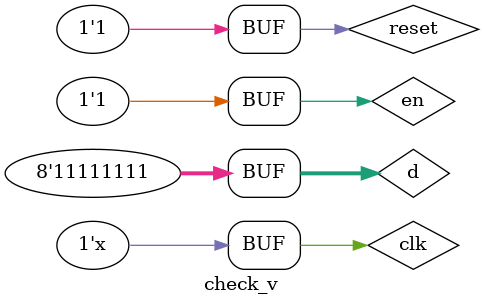
<source format=v>
`timescale 1ns / 1ps


module check_v;

	// Inputs
	reg en;
	reg clk;
	reg reset;
	reg [7:0] d;

	// Outputs
	wire [7:0] q;

	// Instantiate the Unit Under Test (UUT)
	flopenrd uut (
		.en(en), 
		.clk(clk), 
		.reset(reset), 
		.d(d), 
		.q(q)
	);
always begin
#10
clk=~clk;
end
	initial begin
		// Initialize Inputs
		en = 0;
		clk = 0;
		reset = 1;
		d = 8'h33;

		// Wait 100 ns for global reset to finish
		#10;
        en = 1;
		clk = 0;
		reset = 0;
		d = 8'hFF;

		// Wait 100 ns for global reset to finish
		#10;
		 en = 1;
		clk = 0;
		reset = 1;
		d = 8'hFF;

		// Wait 100 ns for global reset to finish
		#10;
		// Add stimulus here

	end
      
endmodule


</source>
